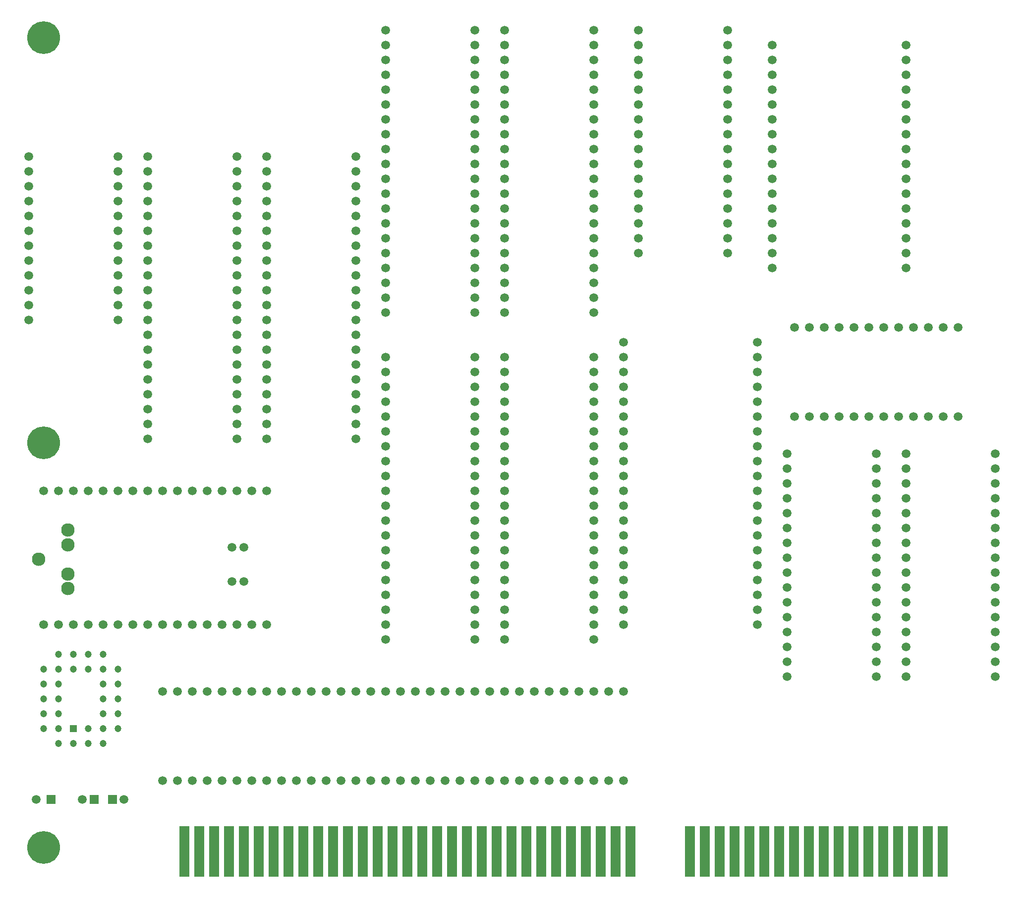
<source format=gbs>
%TF.GenerationSoftware,KiCad,Pcbnew,8.0.4*%
%TF.CreationDate,2024-09-06T17:13:45+02:00*%
%TF.ProjectId,Sound Board,536f756e-6420-4426-9f61-72642e6b6963,V0*%
%TF.SameCoordinates,Original*%
%TF.FileFunction,Soldermask,Bot*%
%TF.FilePolarity,Negative*%
%FSLAX46Y46*%
G04 Gerber Fmt 4.6, Leading zero omitted, Abs format (unit mm)*
G04 Created by KiCad (PCBNEW 8.0.4) date 2024-09-06 17:13:45*
%MOMM*%
%LPD*%
G01*
G04 APERTURE LIST*
%ADD10C,1.500000*%
%ADD11R,1.500000X1.500000*%
%ADD12R,1.780000X8.620000*%
%ADD13C,2.300000*%
%ADD14C,5.600000*%
%ADD15R,1.200000X1.200000*%
%ADD16C,1.200000*%
G04 APERTURE END LIST*
D10*
%TO.C,B13*%
X152400000Y-24130000D03*
X152400000Y-26670000D03*
X152400000Y-29209999D03*
X152400000Y-31750000D03*
X152400000Y-34290000D03*
X152400000Y-36830000D03*
X152400000Y-39370000D03*
X152400000Y-41910001D03*
X152400000Y-44450000D03*
X152400000Y-46990000D03*
X152400000Y-49530000D03*
X152400000Y-52069999D03*
X152400000Y-54610000D03*
X152400000Y-57150000D03*
X152400000Y-59690000D03*
X152400000Y-62229999D03*
X175260000Y-62229999D03*
X175260000Y-59690000D03*
X175260000Y-57150000D03*
X175260000Y-54610000D03*
X175260000Y-52069999D03*
X175260000Y-49530000D03*
X175260000Y-46990000D03*
X175260000Y-44450000D03*
X175260000Y-41910001D03*
X175260000Y-39370000D03*
X175260000Y-36830000D03*
X175260000Y-34290000D03*
X175260000Y-31750000D03*
X175260000Y-29209999D03*
X175260000Y-26670000D03*
X175260000Y-24130000D03*
%TD*%
%TO.C,B6*%
X86360000Y-21590000D03*
X86360000Y-24130000D03*
X86360000Y-26670000D03*
X86360000Y-29210000D03*
X86360000Y-31750000D03*
X86360000Y-34290000D03*
X86360000Y-36830000D03*
X86360000Y-39370000D03*
X86360000Y-41910000D03*
X86360000Y-44450000D03*
X86360000Y-46990000D03*
X86360000Y-49530000D03*
X86360000Y-52070000D03*
X86360000Y-54610000D03*
X86360000Y-57150000D03*
X86360000Y-59690000D03*
X86360000Y-62230000D03*
X86360000Y-64770000D03*
X86360000Y-67310000D03*
X86360000Y-69850000D03*
X101600000Y-69850000D03*
X101600000Y-67310000D03*
X101600000Y-64770000D03*
X101600000Y-62230000D03*
X101600000Y-59690000D03*
X101600000Y-57150000D03*
X101600000Y-54610000D03*
X101600000Y-52070000D03*
X101600000Y-49530000D03*
X101600000Y-46990000D03*
X101600000Y-44450000D03*
X101600000Y-41910000D03*
X101600000Y-39370000D03*
X101600000Y-36830000D03*
X101600000Y-34290000D03*
X101600000Y-31750000D03*
X101600000Y-29210000D03*
X101600000Y-26670000D03*
X101600000Y-24130000D03*
X101600000Y-21590000D03*
%TD*%
D11*
%TO.C,LED1*%
X29215000Y-153035000D03*
D10*
X26675000Y-153035000D03*
%TD*%
%TO.C,B16*%
X48260000Y-149860000D03*
X50800000Y-149860000D03*
X53340000Y-149860000D03*
X55880000Y-149860000D03*
X58420000Y-149860000D03*
X60960000Y-149860000D03*
X63500000Y-149860000D03*
X66040000Y-149860000D03*
X68580000Y-149860000D03*
X71120000Y-149860000D03*
X73660000Y-149860000D03*
X76200000Y-149860000D03*
X78740000Y-149860000D03*
X81280000Y-149860000D03*
X83820000Y-149860000D03*
X86360000Y-149860000D03*
X88900000Y-149860000D03*
X91440000Y-149860000D03*
X93980000Y-149860000D03*
X96520000Y-149860000D03*
X99060000Y-149860000D03*
X101600000Y-149860000D03*
X104140000Y-149860000D03*
X106680000Y-149860000D03*
X109220000Y-149860000D03*
X111760000Y-149860000D03*
X114300000Y-149860000D03*
X116840000Y-149860000D03*
X119380000Y-149860000D03*
X121920000Y-149860000D03*
X124460000Y-149860000D03*
X127000000Y-149860000D03*
X127000000Y-134620000D03*
X124460000Y-134620000D03*
X121920000Y-134620000D03*
X119380000Y-134620000D03*
X116840000Y-134620000D03*
X114300000Y-134620000D03*
X111760000Y-134620000D03*
X109220000Y-134620000D03*
X106680000Y-134620000D03*
X104140000Y-134620000D03*
X101600000Y-134620000D03*
X99060000Y-134620000D03*
X96520000Y-134620000D03*
X93980000Y-134620000D03*
X91440000Y-134620000D03*
X88900000Y-134620000D03*
X86360000Y-134620000D03*
X83820000Y-134620000D03*
X81280000Y-134620000D03*
X78740000Y-134620000D03*
X76200000Y-134620000D03*
X73660000Y-134620000D03*
X71120000Y-134620000D03*
X68580000Y-134620000D03*
X66040000Y-134620000D03*
X63500000Y-134620000D03*
X60960000Y-134620000D03*
X58420000Y-134620000D03*
X55880000Y-134620000D03*
X53340000Y-134620000D03*
X50800000Y-134620000D03*
X48260000Y-134620000D03*
%TD*%
D12*
%TO.C,J5*%
X52019200Y-161925000D03*
X54559200Y-161925000D03*
X57099200Y-161925000D03*
X59639200Y-161925000D03*
X62179200Y-161925000D03*
X64719200Y-161925000D03*
X67259200Y-161925000D03*
X69799200Y-161925000D03*
X72339200Y-161925000D03*
X74879200Y-161925000D03*
X77419200Y-161925000D03*
X79959200Y-161925000D03*
X82499200Y-161925000D03*
X85039200Y-161925000D03*
X87579200Y-161925000D03*
X90119200Y-161925000D03*
X92659200Y-161925000D03*
X95199200Y-161925000D03*
X97739200Y-161925000D03*
X100279200Y-161925000D03*
X102819200Y-161925000D03*
X105359200Y-161925000D03*
X107899200Y-161925000D03*
X110439200Y-161925000D03*
X112979200Y-161925000D03*
X115519200Y-161925000D03*
X118059200Y-161925000D03*
X120599200Y-161925000D03*
X123139200Y-161925000D03*
X125679200Y-161925000D03*
X128219200Y-161925000D03*
X138379200Y-161925000D03*
X140919200Y-161925000D03*
X143459200Y-161925000D03*
X145999200Y-161925000D03*
X148539200Y-161925000D03*
X151079200Y-161925000D03*
X153619200Y-161925000D03*
X156159200Y-161925000D03*
X158699200Y-161925000D03*
X161239200Y-161925000D03*
X163779200Y-161925000D03*
X166319200Y-161925000D03*
X168859200Y-161925000D03*
X171399200Y-161925000D03*
X173939200Y-161925000D03*
X176479200Y-161925000D03*
X179019200Y-161925000D03*
X181559200Y-161925000D03*
%TD*%
D10*
%TO.C,B2*%
X106680000Y-77470000D03*
X106680000Y-80010000D03*
X106680000Y-82549999D03*
X106680000Y-85090000D03*
X106680000Y-87630000D03*
X106680000Y-90170000D03*
X106680000Y-92710000D03*
X106680000Y-95250001D03*
X106680000Y-97790000D03*
X106680000Y-100330000D03*
X106680000Y-102870000D03*
X106680000Y-105409999D03*
X106680000Y-107950000D03*
X106680000Y-110490000D03*
X106680000Y-113030000D03*
X106680000Y-115569999D03*
X106680000Y-118110001D03*
X106680000Y-120650000D03*
X106680000Y-123190000D03*
X106680000Y-125730000D03*
X121920000Y-125730000D03*
X121920000Y-123190000D03*
X121920000Y-120650000D03*
X121920000Y-118110000D03*
X121920000Y-115570000D03*
X121920000Y-113030000D03*
X121920000Y-110490000D03*
X121920000Y-107950000D03*
X121920000Y-105410000D03*
X121920000Y-102870000D03*
X121920000Y-100330000D03*
X121920000Y-97790000D03*
X121920000Y-95250000D03*
X121920000Y-92710000D03*
X121920000Y-90170000D03*
X121920000Y-87630000D03*
X121920000Y-85090000D03*
X121920000Y-82550000D03*
X121920000Y-80010000D03*
X121920000Y-77470000D03*
%TD*%
%TO.C,B17*%
X156210000Y-87630000D03*
X158750000Y-87630000D03*
X161289999Y-87630000D03*
X163830000Y-87630000D03*
X166370000Y-87630000D03*
X168910000Y-87630000D03*
X171450000Y-87630000D03*
X173990001Y-87630000D03*
X176530000Y-87630000D03*
X179070000Y-87630000D03*
X181610000Y-87630000D03*
X184149999Y-87630000D03*
X184150000Y-72390000D03*
X181610000Y-72390000D03*
X179070000Y-72390000D03*
X176530000Y-72390000D03*
X173990000Y-72390000D03*
X171450000Y-72390000D03*
X168910000Y-72390000D03*
X166370000Y-72390000D03*
X163830000Y-72390000D03*
X161290000Y-72390000D03*
X158750000Y-72390000D03*
X156210000Y-72390000D03*
%TD*%
D13*
%TO.C,B9*%
X32059000Y-117014000D03*
D10*
X60103000Y-115824000D03*
X62103000Y-115824000D03*
D13*
X32059000Y-114514000D03*
X27059000Y-112014000D03*
D10*
X60103000Y-109982000D03*
X62103000Y-109982000D03*
D13*
X32059000Y-109514000D03*
X32059000Y-107014000D03*
D10*
X27940000Y-123190000D03*
X30480000Y-123190000D03*
X33020000Y-123190000D03*
X35560000Y-123190000D03*
X38100000Y-123190000D03*
X40640000Y-123190000D03*
X43180000Y-123190000D03*
X45720000Y-123190000D03*
X48260000Y-123190000D03*
X50800000Y-123190000D03*
X53340000Y-123190000D03*
X55880000Y-123190000D03*
X58420000Y-123190000D03*
X60960000Y-123190000D03*
X63500000Y-123190000D03*
X66040000Y-123190000D03*
X66040000Y-100330000D03*
X63500000Y-100330000D03*
X60960000Y-100330000D03*
X58420000Y-100330000D03*
X55880000Y-100330000D03*
X53340000Y-100330000D03*
X50800000Y-100330000D03*
X48260000Y-100330000D03*
X45720000Y-100330000D03*
X43180000Y-100330000D03*
X40640000Y-100330000D03*
X38100000Y-100330000D03*
X35560000Y-100330000D03*
X33020000Y-100330000D03*
X30480000Y-100330000D03*
X27940000Y-100330000D03*
%TD*%
%TO.C,B8*%
X129540000Y-21590000D03*
X129540000Y-24130000D03*
X129540000Y-26669999D03*
X129540000Y-29210000D03*
X129540000Y-31750000D03*
X129540000Y-34290000D03*
X129540000Y-36830000D03*
X129540000Y-39370001D03*
X129540000Y-41910000D03*
X129540000Y-44450000D03*
X129540000Y-46990000D03*
X129540000Y-49529999D03*
X129540000Y-52070000D03*
X129540000Y-54610000D03*
X129540000Y-57150000D03*
X129540000Y-59689999D03*
X144780000Y-59690000D03*
X144780000Y-57150000D03*
X144780000Y-54610000D03*
X144780000Y-52070000D03*
X144780000Y-49530000D03*
X144780000Y-46990000D03*
X144780000Y-44450000D03*
X144780000Y-41910000D03*
X144780000Y-39370000D03*
X144780000Y-36830000D03*
X144780000Y-34290000D03*
X144780000Y-31750000D03*
X144780000Y-29210000D03*
X144780000Y-26670000D03*
X144780000Y-24130000D03*
X144780000Y-21590000D03*
%TD*%
D14*
%TO.C,H9*%
X27940000Y-161290000D03*
%TD*%
D10*
%TO.C,B1*%
X127000000Y-74930000D03*
X127000000Y-77470000D03*
X127000000Y-80009999D03*
X127000000Y-82550000D03*
X127000000Y-85090000D03*
X127000000Y-87630000D03*
X127000000Y-90170000D03*
X127000000Y-92710001D03*
X127000000Y-95250000D03*
X127000000Y-97790000D03*
X127000000Y-100330000D03*
X127000000Y-102869999D03*
X127000000Y-105410000D03*
X127000000Y-107950000D03*
X127000000Y-110490000D03*
X127000000Y-113029999D03*
X127000000Y-115570001D03*
X127000000Y-118110000D03*
X127000000Y-120650000D03*
X127000000Y-123190000D03*
X149860000Y-123190000D03*
X149860000Y-120650000D03*
X149860000Y-118110000D03*
X149860000Y-115570001D03*
X149860000Y-113029999D03*
X149860000Y-110490000D03*
X149860000Y-107950000D03*
X149860000Y-105410000D03*
X149860000Y-102869999D03*
X149860000Y-100330000D03*
X149860000Y-97790000D03*
X149860000Y-95250000D03*
X149860000Y-92710001D03*
X149860000Y-90170000D03*
X149860000Y-87630000D03*
X149860000Y-85090000D03*
X149860000Y-82550000D03*
X149860000Y-80009999D03*
X149860000Y-77470000D03*
X149860000Y-74930000D03*
%TD*%
%TO.C,B3*%
X66040000Y-43180000D03*
X66040000Y-45720000D03*
X66040000Y-48259999D03*
X66040000Y-50800000D03*
X66040000Y-53340000D03*
X66040000Y-55880000D03*
X66040000Y-58420000D03*
X66040000Y-60960001D03*
X66040000Y-63500000D03*
X66040000Y-66040000D03*
X66040000Y-68580000D03*
X66040000Y-71119999D03*
X66040000Y-73660000D03*
X66040000Y-76200000D03*
X66040000Y-78740000D03*
X66040000Y-81279999D03*
X66040000Y-83820001D03*
X66040000Y-86360000D03*
X66040000Y-88900000D03*
X66040000Y-91440000D03*
X81280000Y-91440000D03*
X81280000Y-88900000D03*
X81280000Y-86360000D03*
X81280000Y-83820000D03*
X81280000Y-81280000D03*
X81280000Y-78740000D03*
X81280000Y-76200000D03*
X81280000Y-73660000D03*
X81280000Y-71120000D03*
X81280000Y-68580000D03*
X81280000Y-66040000D03*
X81280000Y-63500000D03*
X81280000Y-60960000D03*
X81280000Y-58420000D03*
X81280000Y-55880000D03*
X81280000Y-53340000D03*
X81280000Y-50800000D03*
X81280000Y-48260000D03*
X81280000Y-45720000D03*
X81280000Y-43180000D03*
%TD*%
%TO.C,B15*%
X175260000Y-93980000D03*
X175260000Y-96520000D03*
X175260000Y-99059999D03*
X175260000Y-101600000D03*
X175260000Y-104140000D03*
X175260000Y-106680000D03*
X175260000Y-109220000D03*
X175260000Y-111760001D03*
X175260000Y-114300000D03*
X175260000Y-116840000D03*
X175260000Y-119380000D03*
X175260000Y-121919999D03*
X175260000Y-124460000D03*
X175260000Y-127000000D03*
X175260000Y-129540000D03*
X175260000Y-132079999D03*
X190500000Y-132080000D03*
X190500000Y-129540000D03*
X190500000Y-127000000D03*
X190500000Y-124460000D03*
X190500000Y-121920000D03*
X190500000Y-119380000D03*
X190500000Y-116840000D03*
X190500000Y-114300000D03*
X190500000Y-111760000D03*
X190500000Y-109220000D03*
X190500000Y-106680000D03*
X190500000Y-104140000D03*
X190500000Y-101600000D03*
X190500000Y-99060000D03*
X190500000Y-96520000D03*
X190500000Y-93980000D03*
%TD*%
%TO.C,B12*%
X25400000Y-43180000D03*
X25400000Y-45720000D03*
X25400000Y-48259999D03*
X25400000Y-50800000D03*
X25400000Y-53340000D03*
X25400000Y-55880000D03*
X25400000Y-58420000D03*
X25400000Y-60960001D03*
X25400000Y-63500000D03*
X25400000Y-66040000D03*
X25400000Y-68580000D03*
X25400000Y-71119999D03*
X40640000Y-71120000D03*
X40640000Y-68580000D03*
X40640000Y-66040000D03*
X40640000Y-63500000D03*
X40640000Y-60960000D03*
X40640000Y-58420000D03*
X40640000Y-55880000D03*
X40640000Y-53340000D03*
X40640000Y-50800000D03*
X40640000Y-48260000D03*
X40640000Y-45720000D03*
X40640000Y-43180000D03*
%TD*%
%TO.C,B7*%
X86360000Y-77470000D03*
X86360000Y-80010000D03*
X86360000Y-82549999D03*
X86360000Y-85090000D03*
X86360000Y-87630000D03*
X86360000Y-90170000D03*
X86360000Y-92710000D03*
X86360000Y-95250001D03*
X86360000Y-97790000D03*
X86360000Y-100330000D03*
X86360000Y-102870000D03*
X86360000Y-105409999D03*
X86360000Y-107950000D03*
X86360000Y-110490000D03*
X86360000Y-113030000D03*
X86360000Y-115569999D03*
X86360000Y-118110001D03*
X86360000Y-120650000D03*
X86360000Y-123190000D03*
X86360000Y-125730000D03*
X101600000Y-125730000D03*
X101600000Y-123190000D03*
X101600000Y-120650000D03*
X101600000Y-118110000D03*
X101600000Y-115570000D03*
X101600000Y-113030000D03*
X101600000Y-110490000D03*
X101600000Y-107950000D03*
X101600000Y-105410000D03*
X101600000Y-102870000D03*
X101600000Y-100330000D03*
X101600000Y-97790000D03*
X101600000Y-95250000D03*
X101600000Y-92710000D03*
X101600000Y-90170000D03*
X101600000Y-87630000D03*
X101600000Y-85090000D03*
X101600000Y-82550000D03*
X101600000Y-80010000D03*
X101600000Y-77470000D03*
%TD*%
%TO.C,B11*%
X154940000Y-93980000D03*
X154940000Y-96520000D03*
X154940000Y-99059999D03*
X154940000Y-101600000D03*
X154940000Y-104140000D03*
X154940000Y-106680000D03*
X154940000Y-109220000D03*
X154940000Y-111760001D03*
X154940000Y-114300000D03*
X154940000Y-116840000D03*
X154940000Y-119380000D03*
X154940000Y-121919999D03*
X154940000Y-124460000D03*
X154940000Y-127000000D03*
X154940000Y-129540000D03*
X154940000Y-132079999D03*
X170180000Y-132080000D03*
X170180000Y-129540000D03*
X170180000Y-127000000D03*
X170180000Y-124460000D03*
X170180000Y-121920000D03*
X170180000Y-119380000D03*
X170180000Y-116840000D03*
X170180000Y-114300000D03*
X170180000Y-111760000D03*
X170180000Y-109220000D03*
X170180000Y-106680000D03*
X170180000Y-104140000D03*
X170180000Y-101600000D03*
X170180000Y-99060000D03*
X170180000Y-96520000D03*
X170180000Y-93980000D03*
%TD*%
%TO.C,B4*%
X106680000Y-21590000D03*
X106680000Y-24130000D03*
X106680000Y-26669999D03*
X106680000Y-29210000D03*
X106680000Y-31750000D03*
X106680000Y-34290000D03*
X106680000Y-36830000D03*
X106680000Y-39370001D03*
X106680000Y-41910000D03*
X106680000Y-44450000D03*
X106680000Y-46990000D03*
X106680000Y-49529999D03*
X106680000Y-52070000D03*
X106680000Y-54610000D03*
X106680000Y-57150000D03*
X106680000Y-59689999D03*
X106680000Y-62230001D03*
X106680000Y-64770000D03*
X106680000Y-67310000D03*
X106680000Y-69850000D03*
X121920000Y-69850000D03*
X121920000Y-67310000D03*
X121920000Y-64770000D03*
X121920000Y-62230000D03*
X121920000Y-59690000D03*
X121920000Y-57150000D03*
X121920000Y-54610000D03*
X121920000Y-52070000D03*
X121920000Y-49530000D03*
X121920000Y-46990000D03*
X121920000Y-44450000D03*
X121920000Y-41910000D03*
X121920000Y-39370000D03*
X121920000Y-36830000D03*
X121920000Y-34290000D03*
X121920000Y-31750000D03*
X121920000Y-29210000D03*
X121920000Y-26670000D03*
X121920000Y-24130000D03*
X121920000Y-21590000D03*
%TD*%
D15*
%TO.C,IC2*%
X33020000Y-140970000D03*
D16*
X35560000Y-143510000D03*
X35560000Y-140970000D03*
X38100000Y-143510000D03*
X40640000Y-140970000D03*
X38100000Y-140970000D03*
X40640000Y-138430000D03*
X38100000Y-138430000D03*
X40640000Y-135890000D03*
X38100000Y-135890000D03*
X40640000Y-133350000D03*
X38100000Y-133350000D03*
X40640000Y-130810000D03*
X38100000Y-128270000D03*
X38100000Y-130810000D03*
X35560000Y-128270000D03*
X35560000Y-130810000D03*
X33020000Y-128270000D03*
X33020000Y-130810000D03*
X30480000Y-128270000D03*
X27940000Y-130810000D03*
X30480000Y-130810000D03*
X27940000Y-133350000D03*
X30480000Y-133350000D03*
X27940000Y-135890000D03*
X30480000Y-135890000D03*
X27940000Y-138430000D03*
X30480000Y-138430000D03*
X27940000Y-140970000D03*
X30480000Y-143510000D03*
X30480000Y-140970000D03*
X33020000Y-143510000D03*
%TD*%
D11*
%TO.C,C1*%
X36576000Y-153035000D03*
D10*
X34576000Y-153035000D03*
%TD*%
D14*
%TO.C,H1*%
X27940000Y-92075000D03*
%TD*%
D11*
%TO.C,C2*%
X39667400Y-153035000D03*
D10*
X41667400Y-153035000D03*
%TD*%
%TO.C,B5*%
X45720000Y-43180000D03*
X45720000Y-45720000D03*
X45720000Y-48259999D03*
X45720000Y-50800000D03*
X45720000Y-53340000D03*
X45720000Y-55880000D03*
X45720000Y-58420000D03*
X45720000Y-60960001D03*
X45720000Y-63500000D03*
X45720000Y-66040000D03*
X45720000Y-68580000D03*
X45720000Y-71119999D03*
X45720000Y-73660000D03*
X45720000Y-76200000D03*
X45720000Y-78740000D03*
X45720000Y-81279999D03*
X45720000Y-83820001D03*
X45720000Y-86360000D03*
X45720000Y-88900000D03*
X45720000Y-91440000D03*
X60960000Y-91440000D03*
X60960000Y-88900000D03*
X60960000Y-86360000D03*
X60960000Y-83820000D03*
X60960000Y-81280000D03*
X60960000Y-78740000D03*
X60960000Y-76200000D03*
X60960000Y-73660000D03*
X60960000Y-71120000D03*
X60960000Y-68580000D03*
X60960000Y-66040000D03*
X60960000Y-63500000D03*
X60960000Y-60960000D03*
X60960000Y-58420000D03*
X60960000Y-55880000D03*
X60960000Y-53340000D03*
X60960000Y-50800000D03*
X60960000Y-48260000D03*
X60960000Y-45720000D03*
X60960000Y-43180000D03*
%TD*%
D14*
%TO.C,H19*%
X27940000Y-22860000D03*
%TD*%
M02*

</source>
